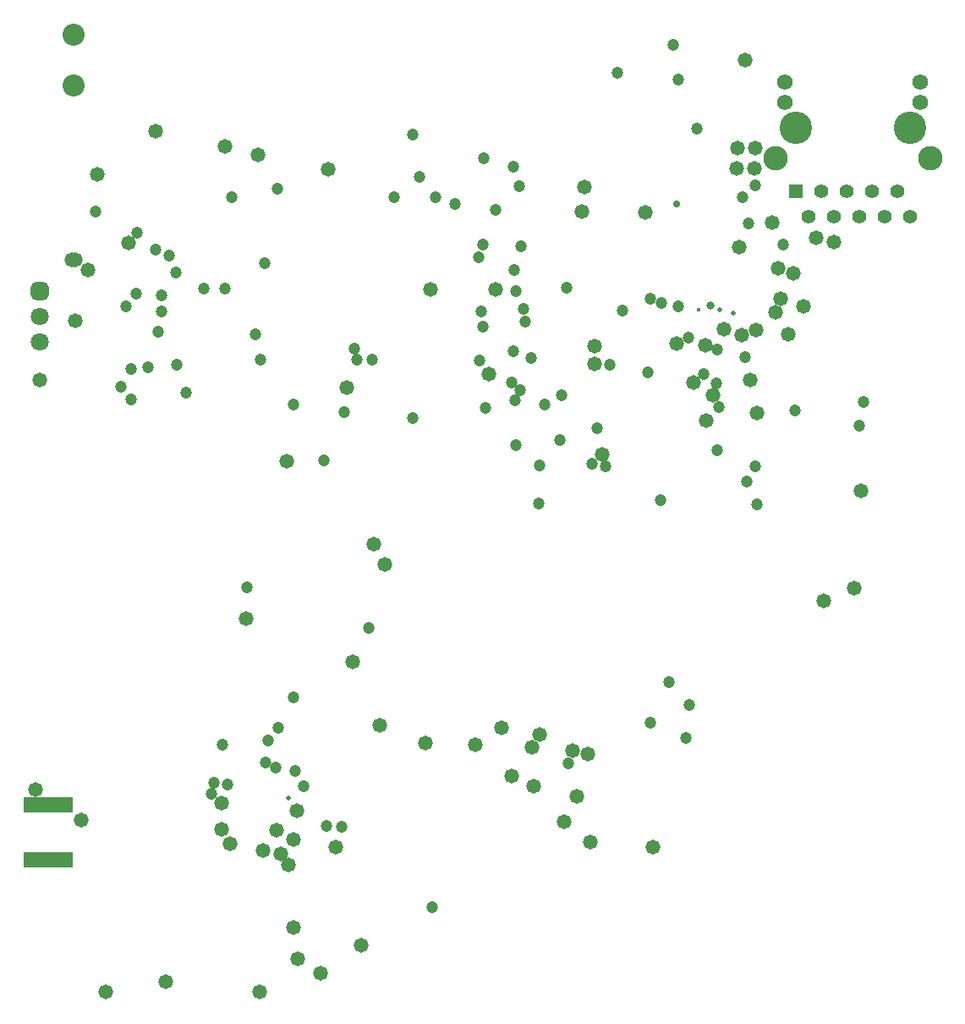
<source format=gbs>
G04*
G04 #@! TF.GenerationSoftware,Altium Limited,Altium Designer,25.8.1 (18)*
G04*
G04 Layer_Color=16711935*
%FSLAX44Y44*%
%MOMM*%
G71*
G04*
G04 #@! TF.SameCoordinates,5D46F635-8B12-49F8-90BD-38314D954B60*
G04*
G04*
G04 #@! TF.FilePolarity,Negative*
G04*
G01*
G75*
%ADD17R,5.0000X1.6000*%
%ADD78C,1.5700*%
%ADD79C,2.4500*%
%ADD80C,2.2032*%
G04:AMPARAMS|DCode=81|XSize=1.8032mm|YSize=1.8032mm|CornerRadius=0.5016mm|HoleSize=0mm|Usage=FLASHONLY|Rotation=270.000|XOffset=0mm|YOffset=0mm|HoleType=Round|Shape=RoundedRectangle|*
%AMROUNDEDRECTD81*
21,1,1.8032,0.8000,0,0,270.0*
21,1,0.8000,1.8032,0,0,270.0*
1,1,1.0032,-0.4000,-0.4000*
1,1,1.0032,-0.4000,0.4000*
1,1,1.0032,0.4000,0.4000*
1,1,1.0032,0.4000,-0.4000*
%
%ADD81ROUNDEDRECTD81*%
%ADD82C,1.4000*%
%ADD83R,1.4000X1.4000*%
%ADD84C,3.2500*%
%ADD85C,1.8032*%
%ADD86C,1.2032*%
%ADD87C,1.4732*%
%ADD88C,0.5032*%
%ADD89C,0.7032*%
%ADD90C,0.8032*%
%ADD91C,0.4032*%
D17*
X29420Y160260D02*
D03*
Y215660D02*
D03*
D78*
X902970Y918230D02*
D03*
Y938530D02*
D03*
X767270Y918230D02*
D03*
Y938530D02*
D03*
D79*
X912620Y862330D02*
D03*
X757620D02*
D03*
D80*
X55150Y934720D02*
D03*
Y985520D02*
D03*
D81*
X21590Y728980D02*
D03*
D82*
X892270Y803930D02*
D03*
X879570Y829330D02*
D03*
X866870Y803930D02*
D03*
X854170Y829330D02*
D03*
X841470Y803930D02*
D03*
X828770Y829330D02*
D03*
X816070Y803930D02*
D03*
X803370Y829330D02*
D03*
X790670Y803930D02*
D03*
D83*
X777970Y829330D02*
D03*
D84*
Y892830D02*
D03*
X892270D02*
D03*
D85*
X21590Y703580D02*
D03*
Y678180D02*
D03*
D86*
X308610Y194310D02*
D03*
X195580Y237490D02*
D03*
X323110Y193040D02*
D03*
X192791Y226333D02*
D03*
X259599Y292619D02*
D03*
X250190Y279400D02*
D03*
X204470Y275590D02*
D03*
X208782Y235452D02*
D03*
X497369Y619882D02*
D03*
X276860Y248920D02*
D03*
X502374Y630236D02*
D03*
X275590Y322580D02*
D03*
X257810Y252730D02*
D03*
X247524Y257873D02*
D03*
X463550Y708660D02*
D03*
X493675Y638035D02*
D03*
X350520Y392430D02*
D03*
X466090Y862330D02*
D03*
X228600Y433070D02*
D03*
X737870Y553720D02*
D03*
X739140Y515620D02*
D03*
X642620Y520590D02*
D03*
X520700Y516890D02*
D03*
X285640Y233680D02*
D03*
X521970Y554990D02*
D03*
X461132Y660278D02*
D03*
X497840Y575310D02*
D03*
X527050Y615950D02*
D03*
X512815Y662763D02*
D03*
X668020Y281940D02*
D03*
X671830Y314960D02*
D03*
X651510Y337820D02*
D03*
X632460Y297180D02*
D03*
X542290Y580390D02*
D03*
X507110Y698500D02*
D03*
X543560Y624840D02*
D03*
X495300Y669290D02*
D03*
X497840Y728980D02*
D03*
X550630Y257152D02*
D03*
X588010Y553720D02*
D03*
X591820Y655320D02*
D03*
X632460Y721360D02*
D03*
X502708Y774488D02*
D03*
X643293Y717501D02*
D03*
X604520Y709860D02*
D03*
X496570Y750570D02*
D03*
X394970Y601980D02*
D03*
X336550Y671830D02*
D03*
X237490Y685800D02*
D03*
X246380Y756920D02*
D03*
X375920Y822960D02*
D03*
X401320Y843280D02*
D03*
X417830Y822960D02*
D03*
X436880Y816610D02*
D03*
X477520Y810260D02*
D03*
X118200Y787520D02*
D03*
X573977Y556863D02*
D03*
X461010Y763270D02*
D03*
X501678Y834362D02*
D03*
X579120Y591820D02*
D03*
X495300Y853440D02*
D03*
X394793Y886283D02*
D03*
X464820Y693420D02*
D03*
X157480Y748030D02*
D03*
X143510Y725170D02*
D03*
X467360Y612140D02*
D03*
X158750Y655620D02*
D03*
X167640Y627380D02*
D03*
X339090Y660400D02*
D03*
X151130Y764540D02*
D03*
X464820Y775970D02*
D03*
X354330Y660400D02*
D03*
X143510Y708660D02*
D03*
X139700Y688340D02*
D03*
X242570Y660400D02*
D03*
X107888Y714485D02*
D03*
X118110Y726890D02*
D03*
X275590Y615950D02*
D03*
X137160Y770890D02*
D03*
X185420Y731520D02*
D03*
X306070Y560070D02*
D03*
X326390Y608330D02*
D03*
X505460Y711200D02*
D03*
X548640Y732790D02*
D03*
X259080Y831850D02*
D03*
X213360Y822960D02*
D03*
X77470Y808990D02*
D03*
X113030Y621030D02*
D03*
X129380Y653304D02*
D03*
X113030Y651510D02*
D03*
X102870Y633730D02*
D03*
X207010Y731520D02*
D03*
X655320Y975360D02*
D03*
X660400Y941070D02*
D03*
X679450Y891540D02*
D03*
X725170Y822960D02*
D03*
X737191Y834981D02*
D03*
X730624Y797186D02*
D03*
X599440Y947420D02*
D03*
X414020Y113030D02*
D03*
X765810Y775970D02*
D03*
X660748Y714147D02*
D03*
X670720Y682460D02*
D03*
X685427Y646058D02*
D03*
X728980Y538590D02*
D03*
X699770Y570230D02*
D03*
X727710Y662940D02*
D03*
X699607Y670854D02*
D03*
X777240Y609600D02*
D03*
X701040Y613410D02*
D03*
X698693Y637347D02*
D03*
X845820Y618490D02*
D03*
X629920Y647700D02*
D03*
X842010Y594360D02*
D03*
D87*
X203382Y217283D02*
D03*
X278467Y209932D02*
D03*
X355854Y475996D02*
D03*
X227838Y401320D02*
D03*
X471170Y646430D02*
D03*
X545740Y198120D02*
D03*
X569509Y266502D02*
D03*
X584480Y566076D02*
D03*
X110490Y777240D02*
D03*
X736600Y851790D02*
D03*
X754380Y797560D02*
D03*
X675789Y637559D02*
D03*
X775970Y746760D02*
D03*
X576926Y674300D02*
D03*
X695293Y624903D02*
D03*
X760730Y751840D02*
D03*
X576477Y656304D02*
D03*
X732790Y640080D02*
D03*
X757503Y708384D02*
D03*
X770890Y685800D02*
D03*
X724007Y685722D02*
D03*
X705891Y691001D02*
D03*
X739584Y607631D02*
D03*
X688700Y599800D02*
D03*
X836930Y431800D02*
D03*
X806450Y419100D02*
D03*
X515620Y233680D02*
D03*
X494030Y243840D02*
D03*
X57150Y760730D02*
D03*
X53340D02*
D03*
X57150Y699770D02*
D03*
X275590Y180340D02*
D03*
X258530Y190150D02*
D03*
X245039Y170090D02*
D03*
X203200Y190500D02*
D03*
X17272Y230886D02*
D03*
X147320Y38100D02*
D03*
X87630Y27940D02*
D03*
X843280Y529590D02*
D03*
X763270Y721360D02*
D03*
X786130Y713740D02*
D03*
X687559Y675323D02*
D03*
X721360Y773660D02*
D03*
X566420Y833120D02*
D03*
X563880Y808990D02*
D03*
X738174Y690497D02*
D03*
X718820Y851790D02*
D03*
X720090Y872490D02*
D03*
X737870D02*
D03*
X659130Y676910D02*
D03*
X726984Y960664D02*
D03*
X816610Y778510D02*
D03*
X798830Y782320D02*
D03*
X627380Y807720D02*
D03*
X361950Y294640D02*
D03*
X407670Y276860D02*
D03*
X558750Y223520D02*
D03*
X554990Y269240D02*
D03*
X483870Y292100D02*
D03*
X521970Y285750D02*
D03*
X572770Y177800D02*
D03*
X635000Y172720D02*
D03*
X457200Y275590D02*
D03*
X514350Y273050D02*
D03*
X241300Y27940D02*
D03*
X63104Y200294D02*
D03*
X270510Y154940D02*
D03*
X262277Y166510D02*
D03*
X212090Y176530D02*
D03*
X342900Y74930D02*
D03*
X275080Y92365D02*
D03*
X302260Y46990D02*
D03*
X279400Y60960D02*
D03*
X69850Y750570D02*
D03*
X317246Y172720D02*
D03*
X268224Y559562D02*
D03*
X328930Y632714D02*
D03*
X334264Y358648D02*
D03*
X366268Y455676D02*
D03*
X21590Y640080D02*
D03*
X477774Y731012D02*
D03*
X411988D02*
D03*
X239776Y865378D02*
D03*
X137160Y889000D02*
D03*
X78740Y845820D02*
D03*
X206738Y873760D02*
D03*
X309880Y850900D02*
D03*
D88*
X270510Y222250D02*
D03*
X715082Y707099D02*
D03*
X702310Y710430D02*
D03*
D89*
X659130Y816610D02*
D03*
D90*
X692528Y714632D02*
D03*
D91*
X680720Y711041D02*
D03*
M02*

</source>
